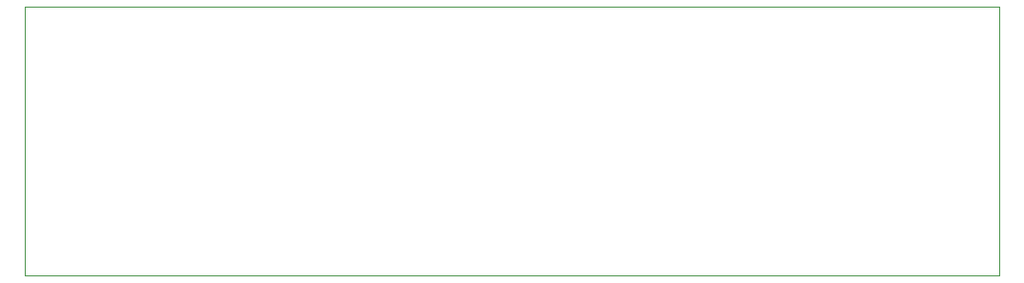
<source format=gbr>
G04 #@! TF.GenerationSoftware,KiCad,Pcbnew,(6.99.0-2452-gdb4f2d9dd8)*
G04 #@! TF.CreationDate,2022-08-01T22:38:19-05:00*
G04 #@! TF.ProjectId,PTP,5054502e-6b69-4636-9164-5f7063625858,rev?*
G04 #@! TF.SameCoordinates,Original*
G04 #@! TF.FileFunction,Profile,NP*
%FSLAX46Y46*%
G04 Gerber Fmt 4.6, Leading zero omitted, Abs format (unit mm)*
G04 Created by KiCad (PCBNEW (6.99.0-2452-gdb4f2d9dd8)) date 2022-08-01 22:38:19*
%MOMM*%
%LPD*%
G01*
G04 APERTURE LIST*
G04 #@! TA.AperFunction,Profile*
%ADD10C,0.100000*%
G04 #@! TD*
G04 APERTURE END LIST*
D10*
X93700000Y-78800000D02*
X180200000Y-78800000D01*
X180200000Y-78800000D02*
X180200000Y-102700000D01*
X180200000Y-102700000D02*
X93700000Y-102700000D01*
X93700000Y-102700000D02*
X93700000Y-78800000D01*
M02*

</source>
